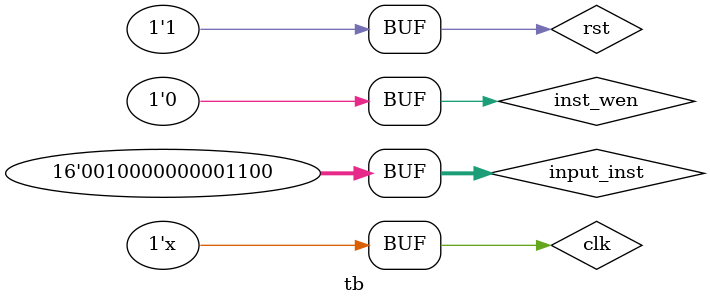
<source format=v>
`timescale 1ns / 1ps


module tb();
    parameter   ISA_WIDTH  = 16;
    parameter   REG_DATA_WIDTH = 16;
    parameter   REG_ADDR_WIDTH = 4;
    parameter MEM_ADDR_WIDTH = 5;   //地址宽度5位，一共32个数据
    parameter MEM_DATA_WIDTH = 16;

    reg clk;
    reg rst;
    reg  inst_wen;                //写入指令的使能------用于测试
    reg  [ISA_WIDTH - 1 : 0]   input_inst;  //写入指令------用于测试

    top top(
        .clk(clk),
        .rst(rst),
        .inst_wen(inst_wen),
        .input_inst(input_inst)
    );

    initial clk = 1;
    always #5 clk = ~clk;
    
    
    initial begin
        #1 rst <= 1'b1;
        #30 rst <= 1;
        #30 rst <= 0;
        #10 rst <= 1;
        // 烧录测试指令
        #5;
        inst_wen <= 1;

        input_inst <= 16'b010_0001_000000001;   //move r1 $1
        #10;
        input_inst <= 16'b011_0110_0001_0000_1;  //mac r6 r1 / $1    /把r1里的1放到偏置单元中
        #10;
        input_inst <= 16'b010_0010_000001111;   //move r2 $15
        #10;
        input_inst <= 16'b010_0011_000011111;   //move r3 $31
        #10;
        input_inst <= 16'b001_0000_0001_0010_0;   //store / r1 r2  //把$15存到RAM的1地址
        #10;
        input_inst <= 16'b000_0100_0001_00000;      //load r4 r1 $0   //把ram的1+0地址的数存到r4
        #10;
        input_inst <= 16'b001_0000_0010_0011_0;   //store / r2 r3  //把$31存到RAM的15地址
        #10;
        input_inst <= 16'b000_0101_0001_01110;      //load r5 r1 $14   //把ram的1+14地址的数存到r5
        #10;
        input_inst <= 16'b011_0110_0010_0011_0;  //mac r6 r2 r3 $0    /把15*31+1=466,放到r6中
        #10;
        input_inst <= 16'b011_0110_0010_0010_0;  //mac r6 r2 r4 $0    /把15*15+466=691,放到r6中
        #10;
        input_inst <= 16'b010_0111_000000010;   //move r7 $2
        #10;
        input_inst <= 16'b010_1000_000000011;   //move r8 $3
        #10;
        input_inst <= 16'b011_0110_0111_1000_0;  //mac r6 r7 r8 $0    /把2*3+691=697,放到r6中
        #10;
        input_inst <= 16'b001_0000_0000_0110_0;   //store / r0 r6  //把mac计算结果存到RAM的0地址

        
        // 烧录结束
        #10;
        inst_wen <= 0;
        rst <= 0;       // pc置0
        #10 rst <= 1;

        // 程序开始运行




    end



endmodule

</source>
